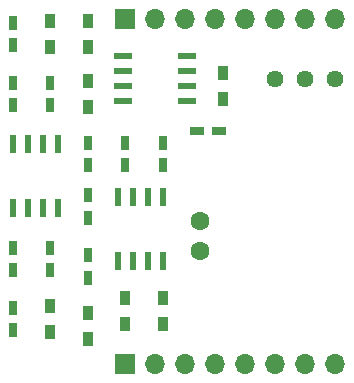
<source format=gts>
G04 #@! TF.FileFunction,Soldermask,Top*
%FSLAX46Y46*%
G04 Gerber Fmt 4.6, Leading zero omitted, Abs format (unit mm)*
G04 Created by KiCad (PCBNEW 4.0.7-e2-6376~58~ubuntu17.04.1) date Wed Oct  4 03:32:47 2017*
%MOMM*%
%LPD*%
G01*
G04 APERTURE LIST*
%ADD10C,0.100000*%
%ADD11C,1.600000*%
%ADD12R,1.700000X1.700000*%
%ADD13O,1.700000X1.700000*%
%ADD14R,0.750000X1.200000*%
%ADD15R,1.200000X0.750000*%
%ADD16R,0.900000X1.200000*%
%ADD17C,1.440000*%
%ADD18R,0.600000X1.550000*%
%ADD19R,1.550000X0.600000*%
G04 APERTURE END LIST*
D10*
D11*
X165100000Y-108585000D03*
X165100000Y-111125000D03*
D12*
X158750000Y-120650000D03*
D13*
X161290000Y-120650000D03*
X163830000Y-120650000D03*
X166370000Y-120650000D03*
X168910000Y-120650000D03*
X171450000Y-120650000D03*
X173990000Y-120650000D03*
X176530000Y-120650000D03*
D14*
X152400000Y-112710000D03*
X152400000Y-110810000D03*
X149225000Y-112710000D03*
X149225000Y-110810000D03*
X149225000Y-98740000D03*
X149225000Y-96840000D03*
X149225000Y-117790000D03*
X149225000Y-115890000D03*
X152400000Y-96840000D03*
X152400000Y-98740000D03*
X155575000Y-113345000D03*
X155575000Y-111445000D03*
D15*
X166685000Y-100965000D03*
X164785000Y-100965000D03*
D14*
X155575000Y-108265000D03*
X155575000Y-106365000D03*
X155575000Y-103820000D03*
X155575000Y-101920000D03*
X149225000Y-91760000D03*
X149225000Y-93660000D03*
X158750000Y-101920000D03*
X158750000Y-103820000D03*
X161925000Y-103820000D03*
X161925000Y-101920000D03*
D16*
X167005000Y-96055000D03*
X167005000Y-98255000D03*
D12*
X158750000Y-91440000D03*
D13*
X161290000Y-91440000D03*
X163830000Y-91440000D03*
X166370000Y-91440000D03*
X168910000Y-91440000D03*
X171450000Y-91440000D03*
X173990000Y-91440000D03*
X176530000Y-91440000D03*
D16*
X155575000Y-96690000D03*
X155575000Y-98890000D03*
X152400000Y-117940000D03*
X152400000Y-115740000D03*
X155575000Y-116375000D03*
X155575000Y-118575000D03*
X155575000Y-91610000D03*
X155575000Y-93810000D03*
X152400000Y-91610000D03*
X152400000Y-93810000D03*
X158750000Y-117305000D03*
X158750000Y-115105000D03*
X161925000Y-115105000D03*
X161925000Y-117305000D03*
D17*
X176530000Y-96520000D03*
X173990000Y-96520000D03*
X171450000Y-96520000D03*
D18*
X161925000Y-106520000D03*
X160655000Y-106520000D03*
X159385000Y-106520000D03*
X158115000Y-106520000D03*
X158115000Y-111920000D03*
X159385000Y-111920000D03*
X160655000Y-111920000D03*
X161925000Y-111920000D03*
X153035000Y-102075000D03*
X151765000Y-102075000D03*
X150495000Y-102075000D03*
X149225000Y-102075000D03*
X149225000Y-107475000D03*
X150495000Y-107475000D03*
X151765000Y-107475000D03*
X153035000Y-107475000D03*
D19*
X163990000Y-98425000D03*
X163990000Y-97155000D03*
X163990000Y-95885000D03*
X163990000Y-94615000D03*
X158590000Y-94615000D03*
X158590000Y-95885000D03*
X158590000Y-97155000D03*
X158590000Y-98425000D03*
M02*

</source>
